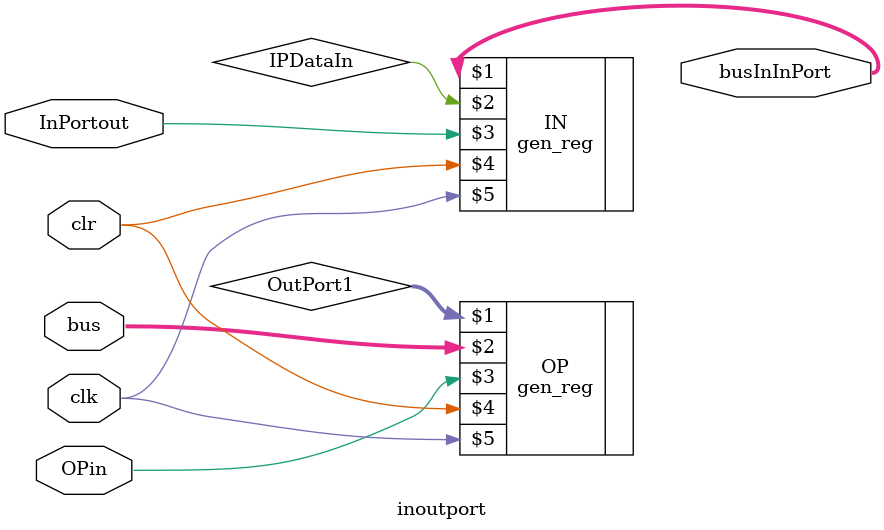
<source format=v>
module inoutport(
	input OPin, clr, clk, InPortout,
	output[31:0] busInInPort,
	input [31:0] bus
);

wire [31:0] OutPort1;
wire [31:0] IPdataIn;

gen_reg IN(busInInPort, IPDataIn, InPortout, clr, clk);
gen_reg OP(OutPort1, bus, OPin, clr, clk);

endmodule
</source>
